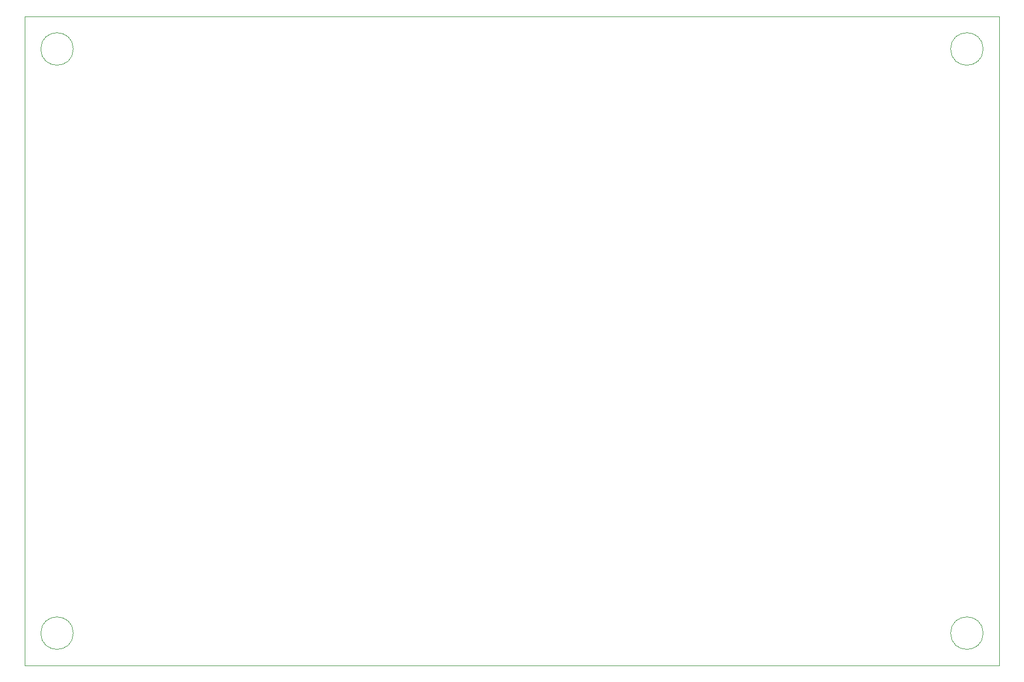
<source format=gbr>
G04 #@! TF.GenerationSoftware,KiCad,Pcbnew,(5.1.2)-2*
G04 #@! TF.CreationDate,2020-06-20T22:42:11+05:30*
G04 #@! TF.ProjectId,motor controller v-4,6d6f746f-7220-4636-9f6e-74726f6c6c65,rev?*
G04 #@! TF.SameCoordinates,Original*
G04 #@! TF.FileFunction,Profile,NP*
%FSLAX46Y46*%
G04 Gerber Fmt 4.6, Leading zero omitted, Abs format (unit mm)*
G04 Created by KiCad (PCBNEW (5.1.2)-2) date 2020-06-20 22:42:11*
%MOMM*%
%LPD*%
G04 APERTURE LIST*
%ADD10C,0.050000*%
G04 APERTURE END LIST*
D10*
X32500000Y-30000000D02*
G75*
G03X32500000Y-30000000I-2500000J0D01*
G01*
X32500000Y-120000000D02*
G75*
G03X32500000Y-120000000I-2500000J0D01*
G01*
X172500000Y-120000000D02*
G75*
G03X172500000Y-120000000I-2500000J0D01*
G01*
X172500000Y-30000000D02*
G75*
G03X172500000Y-30000000I-2500000J0D01*
G01*
X25000000Y-125000000D02*
X25000000Y-25000000D01*
X175000000Y-125000000D02*
X25000000Y-125000000D01*
X175000000Y-25000000D02*
X175000000Y-125000000D01*
X25000000Y-25000000D02*
X175000000Y-25000000D01*
M02*

</source>
